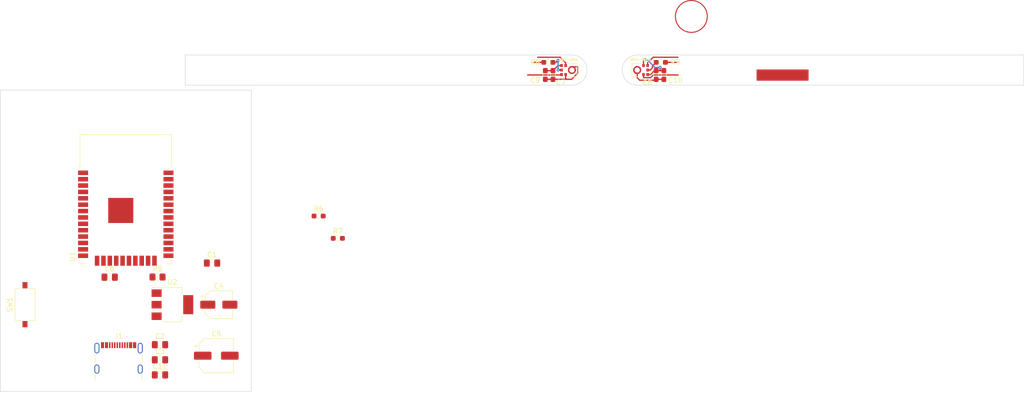
<source format=kicad_pcb>
(kicad_pcb (version 20221018) (generator pcbnew)
  (layers (0 "F.Cu" signal) (31 "B.Cu" signal) (34 "B.Paste" user) (35 "F.Paste" user) (36 "B.SilkS" user "B.Silkscreen") (37 "F.SilkS" user "F.Silkscreen") (38 "B.Mask" user) (39 "F.Mask" user) (44 "Edge.Cuts" user))
  (net 0 "")
  (net 1 "GND")
  (net 2 "EN")
  (net 3 "+3.3V")
  (net 4 "+5V")
  (net 5 "Net-(J1-CC1)")
  (net 9 "Net-(J1-CC2)")
  (net 13 "Net-(U1-IO18)")
  (net 14 "Net-(U1-IO19)")
  (net 15 "/TMS")
  (net 16 "Net-(MK1-left1-DATA_OUT)")
  (net 17 "Net-(MK2-right1-DATA_OUT)")
  (net 27 "/TDI")
  (net 28 "/TCK")
  (net 29 "/TDO")
  (net 31 "WS")
  (net 32 "BCLK")
  (net 38 "Net-(J2-Pin_1)")
  (net 39 "Net-(J3-Pin_3)")
  (net 40 "Net-(J3-Pin_2)")
  (net 41 "MIC_DATA")
  (footprint "SPH0645LM4H-B:MIC_SPH0645LM4H-B" (layer "F.Cu") (at 190 63 -90)
    (fp_text reference "MK2-right1" (at -2.068 -0.736 180) (layer "F.SilkS") (effects (font (size 0.482429 0.482429))))
    (fp_text value "SPH0645LM4H-B")
    (fp_line (start -1.325 1.04) (end -1.325 -0.7) (stroke (width 0.127)) (layer "F.SilkS"))
    (fp_line (start 1.325 -0.7) (end 1.325 1.04) (stroke (width 0.127)) (layer "F.SilkS"))
    (fp_line (start 1.325 1.04) (end -1.325 1.04) (stroke (width 0.127)) (layer "F.SilkS"))
    (fp_circle (center -1.578 -2.232) (end -1.528 -2.232) (stroke (width 0.1)) (fill none) (layer "F.SilkS"))
    (pad "" np_thru_hole circle (at 0 0 270) (size 0.5 0.5) (drill 0.5) (layers "*.Cu" "*.Mask"))
    (pad "1" smd rect (at -0.9 -2.074 270) (size 0.6 0.522) (layers "F.Cu" "F.Paste" "F.Mask") (net 31 "WS"))
    (pad "2" smd rect (at -0.9 -1.252 270) (size 0.6 0.522) (layers "F.Cu" "F.Paste" "F.Mask") (net 3 "+3.3V"))
    (pad "3" smd custom (at 0.65 -0.02 270) (size 0.1 0.1) (layers "F.Cu") (net 1 "GND") (options (clearance outline) (anchor rect)) (primitives (gr_poly (pts (xy -0.66 -0.49) (xy -0.66 -0.79) (xy -0.707 -0.789) (xy -0.748 -0.786) (xy -0.789 -0.78) (xy -0.83 -0.773) (xy -0.871 -0.763) (xy -0.911 -0.751) (xy -0.95 -0.737) (xy -0.988 -0.721) (xy -1.026 -0.703) (xy -1.063 -0.684) (xy -1.098 -0.662) (xy -1.132 -0.638) (xy -1.165 -0.613) (xy -1.197 -0.586) (xy -1.227 -0.557) (xy -1.256 -0.527) (xy -1.283 -0.495) (xy -1.308 -0.462) (xy -1.332 -0.428) (xy -1.354 -0.393) (xy -1.373 -0.356) (xy -1.391 -0.318) (xy -1.407 -0.28) (xy -1.421 -0.241) (xy -1.433 -0.201) (xy -1.443 -0.16) (xy -1.45 -0.119) (xy -1.456 -0.078) (xy -1.459 -0.037) (xy -1.46 0) (xy -1.459 0.043) (xy -1.455 0.087) (xy -1.45 0.13) (xy -1.442 0.173) (xy -1.432 0.215) (xy -1.419 0.256) (xy -1.405 0.297) (xy -1.388 0.338) (xy -1.37 0.377) (xy -1.349 0.415) (xy -1.326 0.452) (xy -1.301 0.488) (xy -1.275 0.522) (xy -1.247 0.555) (xy -1.217 0.587) (xy -1.185 0.617) (xy -1.152 0.645) (xy -1.118 0.671) (xy -1.082 0.696) (xy -1.045 0.719) (xy -1.007 0.74) (xy -0.968 0.758) (xy -0.927 0.775) (xy -0.886 0.789) (xy -0.845 0.802) (xy -0.803 0.812) (xy -0.76 0.82) (xy -0.717 0.825) (xy -0.673 0.829) (xy -0.63 0.83) (xy -0.62 0.83) (xy -0.579 0.829) (xy -0.538 0.826) (xy -0.498 0.82) (xy -0.458 0.813) (xy -0.418 0.803) (xy -0.379 0.792) (xy -0.34 0.778) (xy -0.303 0.763) (xy -0.266 0.745) (xy -0.23 0.725) (xy -0.195 0.704) (xy -0.162 0.681) (xy -0.129 0.656) (xy -0.098 0.63) (xy -0.068 0.602) (xy -0.04 0.572) (xy -0.014 0.541) (xy 0.011 0.508) (xy 0.034 0.475) (xy 0.055 0.44) (xy 0.075 0.404) (xy 0.093 0.367) (xy 0.108 0.33) (xy 0.122 0.291) (xy 0.133 0.252) (xy 0.143 0.212) (xy 0.15 0.172) (xy 0.156 0.132) (xy 0.159 0.091) (xy 0.16 0.05) (xy 0.16 0.02) (xy 0.159 -0.022) (xy 0.156 -0.065) (xy 0.15 -0.107) (xy 0.142 -0.148) (xy 0.132 -0.19) (xy 0.12 -0.23) (xy 0.106 -0.27) (xy 0.09 -0.309) (xy 0.072 -0.348) (xy 0.051 -0.385) (xy 0.029 -0.421) (xy 0.005 -0.456) (xy -0.021 -0.49) (xy -0.048 -0.522) (xy -0.077 -0.553) (xy -0.108 -0.582) (xy -0.14 -0.609) (xy -0.174 -0.635) (xy -0.209 -0.659) (xy -0.245 -0.681) (xy -0.282 -0.702) (xy -0.321 -0.72) (xy -0.36 -0.736) (xy -0.4 -0.75) (xy -0.44 -0.762) (xy -0.482 -0.772) (xy -0.523 -0.78) (xy -0.565 -0.786) (xy -0.608 -0.789) (xy -0.65 -0.79) (xy -0.65 -0.49) (xy -0.627 -0.49) (xy -0.601 -0.488) (xy -0.575 -0.485) (xy -0.549 -0.481) (xy -0.523 -0.475) (xy -0.497 -0.468) (xy -0.472 -0.46) (xy -0.448 -0.45) (xy -0.424 -0.439) (xy -0.4 -0.427) (xy -0.377 -0.413) (xy -0.355 -0.399) (xy -0.334 -0.383) (xy -0.314 -0.366) (xy -0.294 -0.348) (xy -0.276 -0.329) (xy -0.258 -0.31) (xy -0.242 -0.289) (xy -0.226 -0.267) (xy -0.212 -0.245) (xy -0.199 -0.222) (xy -0.187 -0.198) (xy -0.177 -0.174) (xy -0.167 -0.149) (xy -0.16 -0.124) (xy -0.153 -0.099) (xy -0.148 -0.073) (xy -0.144 -0.047) (xy -0.141 -0.02) (xy -0.14 0.01) (xy -0.141 0.037) (xy -0.143 0.064) (xy -0.146 0.091) (xy -0.151 0.118) (xy -0.158 0.145) (xy -0.165 0.171) (xy -0.175 0.196) (xy -0.185 0.222) (xy -0.197 0.246) (xy -0.21 0.27) (xy -0.224 0.293) (xy -0.239 0.316) (xy -0.256 0.337) (xy -0.274 0.358) (xy -0.292 0.378) (xy -0.312 0.396) (xy -0.333 0.414) (xy -0.354 0.431) (xy -0.377 0.446) (xy -0.4 0.46) (xy -0.424 0.473) (xy -0.448 0.485) (xy -0.474 0.495) (xy -0.499 0.505) (xy -0.525 0.512) (xy -0.552 0.519) (xy -0.579 0.524) (xy -0.606 0.527) (xy -0.633 0.529) (xy -0.66 0.53) (xy -0.67 0.53) (xy -0.696 0.529) (xy -0.721 0.527) (xy -0.747 0.524) (xy -0.772 0.519) (xy -0.797 0.513) (xy -0.821 0.506) (xy -0.846 0.497) (xy -0.869 0.488) (xy -0.892 0.477) (xy -0.915 0.464) (xy -0.937 0.451) (xy -0.958 0.436) (xy -0.978 0.421) (xy -0.998 0.404) (xy -1.016 0.386) (xy -1.034 0.368) (xy -1.051 0.348) (xy -1.066 0.328) (xy -1.081 0.307) (xy -1.094 0.285) (xy -1.107 0.262) (xy -1.118 0.239) (xy -1.127 0.216) (xy -1.136 0.191) (xy -1.143 0.167) (xy -1.149 0.142) (xy -1.154 0.117) (xy -1.157 0.091) (xy -1.159 0.066) (xy -1.16 0.04) (xy -1.16 0.01) (xy -1.159 -0.016) (xy -1.157 -0.042) (xy -1.154 -0.068) (xy -1.149 -0.094) (xy -1.143 -0.119) (xy -1.136 -0.145) (xy -1.127 -0.169) (xy -1.117 -0.193) (xy -1.106 -0.217) (xy -1.093 -0.24) (xy -1.079 -0.262) (xy -1.065 -0.284) (xy -1.049 -0.305) (xy -1.032 -0.325) (xy -1.014 -0.344) (xy -0.995 -0.362) (xy -0.975 -0.379) (xy -0.954 -0.395) (xy -0.932 -0.409) (xy -0.91 -0.423) (xy -0.887 -0.436) (xy -0.863 -0.447) (xy -0.839 -0.457) (xy -0.815 -0.466) (xy -0.789 -0.473) (xy -0.764 -0.479) (xy -0.738 -0.484) (xy -0.712 -0.487) (xy -0.686 -0.489) (xy -0.66 -0.49)) (width 0.001) (fill yes))))
    (pad "4" smd rect (at 0.9 -1.252 270) (size 0.6 0.522) (layers "F.Cu" "F.Paste" "F.Mask") (net 32 "BCLK"))
    (pad "5" smd rect (at 0.9 -2.074 270) (size 0.6 0.522) (layers "F.Cu" "F.Paste" "F.Mask") (net 3 "+3.3V"))
    (pad "6" smd rect (at 0 -2.074 270) (size 0.6 0.522) (layers "F.Cu" "F.Paste" "F.Mask") (net 17 "Net-(MK2-right1-DATA_OUT)"))
  )
  (footprint "Resistor_SMD:R_0603_1608Metric_Pad0.98x0.95mm_HandSolder" (layer "F.Cu") (at 126.555 92.075)
    (fp_text reference "R6" (at 0 -1.43) (layer "F.SilkS"))
    (fp_text value "51")
    (fp_line (start -0.254724 -0.5225) (end 0.254724 -0.5225) (stroke (width 0.12)) (layer "F.SilkS"))
    (fp_line (start -0.254724 0.5225) (end 0.254724 0.5225) (stroke (width 0.12)) (layer "F.SilkS"))
    (pad "1" smd roundrect (at -0.9125 0) (size 0.975 0.95) (layers "F.Cu" "F.Paste" "F.Mask") (net 13 "Net-(U1-IO18)"))
    (pad "2" smd roundrect (at 0.9125 0) (size 0.975 0.95) (layers "F.Cu" "F.Paste" "F.Mask") (net 31 "WS"))
  )
  (footprint "Connector_USB:USB_C_Receptacle_GCT_USB4105-xx-A_16P_TopMnt_Horizontal" (layer "F.Cu") (at 86.71 121.477)
    (fp_text reference "J1" (at 0 -5.5 unlocked) (layer "F.SilkS"))
    (fp_text value "USB_C_Receptacle_USB2.0")
    (fp_line (start -4.67 0) (end -4.67 -1.8) (stroke (width 0.12)) (layer "F.SilkS"))
    (fp_line (start -4.67 2.1) (end -4.67 3.25) (stroke (width 0.12)) (layer "F.SilkS"))
    (fp_line (start 4.67 0) (end 4.67 -1.8) (stroke (width 0.12)) (layer "F.SilkS"))
    (fp_line (start 4.67 2.1) (end 4.67 3.25) (stroke (width 0.12)) (layer "F.SilkS"))
    (pad "" np_thru_hole circle (at -2.89 -2.605) (size 0.65 0.65) (drill 0.65) (layers "F&B.Cu" "*.Mask"))
    (pad "" np_thru_hole circle (at 2.89 -2.605) (size 0.65 0.65) (drill 0.65) (layers "F&B.Cu" "*.Mask"))
    (pad "A1" smd rect (at -3.2 -3.68) (size 0.6 1.15) (layers "F.Cu" "F.Paste" "F.Mask") (net 1 "GND"))
    (pad "A4" smd rect (at -2.4 -3.68) (size 0.6 1.15) (layers "F.Cu" "F.Paste" "F.Mask") (net 4 "+5V"))
    (pad "A5" smd rect (at -1.25 -3.68) (size 0.3 1.15) (layers "F.Cu" "F.Paste" "F.Mask") (net 5 "Net-(J1-CC1)"))
    (pad "A6" smd rect (at -0.25 -3.68) (size 0.3 1.15) (layers "F.Cu" "F.Paste" "F.Mask"))
    (pad "A7" smd rect (at 0.25 -3.68) (size 0.3 1.15) (layers "F.Cu" "F.Paste" "F.Mask"))
    (pad "A8" smd rect (at 1.25 -3.68) (size 0.3 1.15) (layers "F.Cu" "F.Paste" "F.Mask"))
    (pad "A9" smd rect (at 2.4 -3.68) (size 0.6 1.15) (layers "F.Cu" "F.Paste" "F.Mask") (net 4 "+5V"))
    (pad "A12" smd rect (at 3.2 -3.68) (size 0.6 1.15) (layers "F.Cu" "F.Paste" "F.Mask") (net 1 "GND"))
    (pad "B1" smd rect (at 3.2 -3.68) (size 0.6 1.15) (layers "F.Cu" "F.Paste" "F.Mask") (net 1 "GND"))
    (pad "B4" smd rect (at 2.4 -3.68) (size 0.6 1.15) (layers "F.Cu" "F.Paste" "F.Mask") (net 4 "+5V"))
    (pad "B5" smd rect (at 1.75 -3.68) (size 0.3 1.15) (layers "F.Cu" "F.Paste" "F.Mask") (net 9 "Net-(J1-CC2)"))
    (pad "B6" smd rect (at 0.75 -3.68) (size 0.3 1.15) (layers "F.Cu" "F.Paste" "F.Mask"))
    (pad "B7" smd rect (at -0.75 -3.68) (size 0.3 1.15) (layers "F.Cu" "F.Paste" "F.Mask"))
    (pad "B8" smd rect (at -1.75 -3.68) (size 0.3 1.15) (layers "F.Cu" "F.Paste" "F.Mask"))
    (pad "B9" smd rect (at -2.4 -3.68) (size 0.6 1.15) (layers "F.Cu" "F.Paste" "F.Mask") (net 4 "+5V"))
    (pad "B12" smd rect (at -3.2 -3.68) (size 0.6 1.15) (layers "F.Cu" "F.Paste" "F.Mask") (net 1 "GND"))
    (pad "S1" thru_hole oval (at -4.32 -3.105) (size 1 2.1) (drill oval 0.6 1.7) (layers "*.Cu" "*.Mask") (net 1 "GND"))
    (pad "S1" thru_hole oval (at -4.32 1.075) (size 1 1.8) (drill oval 0.6 1.4) (layers "*.Cu" "*.Mask") (net 1 "GND"))
    (pad "S1" thru_hole oval (at 4.32 -3.105) (size 1 2.1) (drill oval 0.6 1.7) (layers "*.Cu" "*.Mask") (net 1 "GND"))
    (pad "S1" thru_hole oval (at 4.32 1.075) (size 1 1.8) (drill oval 0.6 1.4) (layers "*.Cu" "*.Mask") (net 1 "GND"))
  )
  (footprint "Capacitor_SMD:C_0805_2012Metric_Pad1.18x1.45mm_HandSolder" (layer "F.Cu") (at 94.96 120.707)
    (fp_text reference "C3" (at 0 -1.68) (layer "F.SilkS"))
    (fp_text value "100n")
    (fp_line (start -0.261252 -0.735) (end 0.261252 -0.735) (stroke (width 0.12)) (layer "F.SilkS"))
    (fp_line (start -0.261252 0.735) (end 0.261252 0.735) (stroke (width 0.12)) (layer "F.SilkS"))
    (pad "1" smd roundrect (at -1.0375 0) (size 1.175 1.45) (layers "F.Cu" "F.Paste" "F.Mask") (roundrect_rratio 0.212766) (net 1 "GND"))
    (pad "2" smd roundrect (at 1.0375 0) (size 1.175 1.45) (layers "F.Cu" "F.Paste" "F.Mask") (roundrect_rratio 0.212766) (net 3 "+3.3V"))
  )
  (footprint "Capacitor_SMD:C_0805_2012Metric_Pad1.18x1.45mm_HandSolder" (layer "F.Cu") (at 105.327 101.441)
    (fp_text reference "C1" (at 0 -1.68) (layer "F.SilkS"))
    (fp_text value "1uF")
    (fp_line (start -0.261252 -0.735) (end 0.261252 -0.735) (stroke (width 0.12)) (layer "F.SilkS"))
    (fp_line (start -0.261252 0.735) (end 0.261252 0.735) (stroke (width 0.12)) (layer "F.SilkS"))
    (pad "1" smd roundrect (at -1.0375 0) (size 1.175 1.45) (layers "F.Cu" "F.Paste" "F.Mask") (roundrect_rratio 0.212766) (net 1 "GND"))
    (pad "2" smd roundrect (at 1.0375 0) (size 1.175 1.45) (layers "F.Cu" "F.Paste" "F.Mask") (roundrect_rratio 0.212766) (net 2 "EN"))
  )
  (footprint "SPH0645LM4H-B:MIC_SPH0645LM4H-B" (layer "F.Cu") (at 177 63 90)
    (fp_text reference "MK1-left1" (at 2.04 -0.724 180) (layer "F.SilkS") (effects (font (size 0.482429 0.482429))))
    (fp_text value "SPH0645LM4H-B")
    (fp_line (start -1.325 1.04) (end -1.325 -0.7) (stroke (width 0.127)) (layer "F.SilkS"))
    (fp_line (start 1.325 -0.7) (end 1.325 1.04) (stroke (width 0.127)) (layer "F.SilkS"))
    (fp_line (start 1.325 1.04) (end -1.325 1.04) (stroke (width 0.127)) (layer "F.SilkS"))
    (fp_circle (center -1.578 -2.232) (end -1.528 -2.232) (stroke (width 0.1)) (fill none) (layer "F.SilkS"))
    (pad "" np_thru_hole circle (at 0 0 90) (size 0.5 0.5) (drill 0.5) (layers "*.Cu" "*.Mask"))
    (pad "1" smd rect (at -0.9 -2.074 90) (size 0.6 0.522) (layers "F.Cu" "F.Paste" "F.Mask") (net 31 "WS"))
    (pad "2" smd rect (at -0.9 -1.252 90) (size 0.6 0.522) (layers "F.Cu" "F.Paste" "F.Mask") (net 1 "GND"))
    (pad "3" smd custom (at 0.65 -0.02 90) (size 0.1 0.1) (layers "F.Cu") (net 1 "GND") (options (clearance outline) (anchor rect)) (primitives (gr_poly (pts (xy -0.66 -0.49) (xy -0.66 -0.79) (xy -0.707 -0.789) (xy -0.748 -0.786) (xy -0.789 -0.78) (xy -0.83 -0.773) (xy -0.871 -0.763) (xy -0.911 -0.751) (xy -0.95 -0.737) (xy -0.988 -0.721) (xy -1.026 -0.703) (xy -1.063 -0.684) (xy -1.098 -0.662) (xy -1.132 -0.638) (xy -1.165 -0.613) (xy -1.197 -0.586) (xy -1.227 -0.557) (xy -1.256 -0.527) (xy -1.283 -0.495) (xy -1.308 -0.462) (xy -1.332 -0.428) (xy -1.354 -0.393) (xy -1.373 -0.356) (xy -1.391 -0.318) (xy -1.407 -0.28) (xy -1.421 -0.241) (xy -1.433 -0.201) (xy -1.443 -0.16) (xy -1.45 -0.119) (xy -1.456 -0.078) (xy -1.459 -0.037) (xy -1.46 0) (xy -1.459 0.043) (xy -1.455 0.087) (xy -1.45 0.13) (xy -1.442 0.173) (xy -1.432 0.215) (xy -1.419 0.256) (xy -1.405 0.297) (xy -1.388 0.338) (xy -1.37 0.377) (xy -1.349 0.415) (xy -1.326 0.452) (xy -1.301 0.488) (xy -1.275 0.522) (xy -1.247 0.555) (xy -1.217 0.587) (xy -1.185 0.617) (xy -1.152 0.645) (xy -1.118 0.671) (xy -1.082 0.696) (xy -1.045 0.719) (xy -1.007 0.74) (xy -0.968 0.758) (xy -0.927 0.775) (xy -0.886 0.789) (xy -0.845 0.802) (xy -0.803 0.812) (xy -0.76 0.82) (xy -0.717 0.825) (xy -0.673 0.829) (xy -0.63 0.83) (xy -0.62 0.83) (xy -0.579 0.829) (xy -0.538 0.826) (xy -0.498 0.82) (xy -0.458 0.813) (xy -0.418 0.803) (xy -0.379 0.792) (xy -0.34 0.778) (xy -0.303 0.763) (xy -0.266 0.745) (xy -0.23 0.725) (xy -0.195 0.704) (xy -0.162 0.681) (xy -0.129 0.656) (xy -0.098 0.63) (xy -0.068 0.602) (xy -0.04 0.572) (xy -0.014 0.541) (xy 0.011 0.508) (xy 0.034 0.475) (xy 0.055 0.44) (xy 0.075 0.404) (xy 0.093 0.367) (xy 0.108 0.33) (xy 0.122 0.291) (xy 0.133 0.252) (xy 0.143 0.212) (xy 0.15 0.172) (xy 0.156 0.132) (xy 0.159 0.091) (xy 0.16 0.05) (xy 0.16 0.02) (xy 0.159 -0.022) (xy 0.156 -0.065) (xy 0.15 -0.107) (xy 0.142 -0.148) (xy 0.132 -0.19) (xy 0.12 -0.23) (xy 0.106 -0.27) (xy 0.09 -0.309) (xy 0.072 -0.348) (xy 0.051 -0.385) (xy 0.029 -0.421) (xy 0.005 -0.456) (xy -0.021 -0.49) (xy -0.048 -0.522) (xy -0.077 -0.553) (xy -0.108 -0.582) (xy -0.14 -0.609) (xy -0.174 -0.635) (xy -0.209 -0.659) (xy -0.245 -0.681) (xy -0.282 -0.702) (xy -0.321 -0.72) (xy -0.36 -0.736) (xy -0.4 -0.75) (xy -0.44 -0.762) (xy -0.482 -0.772) (xy -0.523 -0.78) (xy -0.565 -0.786) (xy -0.608 -0.789) (xy -0.65 -0.79) (xy -0.65 -0.49) (xy -0.627 -0.49) (xy -0.601 -0.488) (xy -0.575 -0.485) (xy -0.549 -0.481) (xy -0.523 -0.475) (xy -0.497 -0.468) (xy -0.472 -0.46) (xy -0.448 -0.45) (xy -0.424 -0.439) (xy -0.4 -0.427) (xy -0.377 -0.413) (xy -0.355 -0.399) (xy -0.334 -0.383) (xy -0.314 -0.366) (xy -0.294 -0.348) (xy -0.276 -0.329) (xy -0.258 -0.31) (xy -0.242 -0.289) (xy -0.226 -0.267) (xy -0.212 -0.245) (xy -0.199 -0.222) (xy -0.187 -0.198) (xy -0.177 -0.174) (xy -0.167 -0.149) (xy -0.16 -0.124) (xy -0.153 -0.099) (xy -0.148 -0.073) (xy -0.144 -0.047) (xy -0.141 -0.02) (xy -0.14 0.01) (xy -0.141 0.037) (xy -0.143 0.064) (xy -0.146 0.091) (xy -0.151 0.118) (xy -0.158 0.145) (xy -0.165 0.171) (xy -0.175 0.196) (xy -0.185 0.222) (xy -0.197 0.246) (xy -0.21 0.27) (xy -0.224 0.293) (xy -0.239 0.316) (xy -0.256 0.337) (xy -0.274 0.358) (xy -0.292 0.378) (xy -0.312 0.396) (xy -0.333 0.414) (xy -0.354 0.431) (xy -0.377 0.446) (xy -0.4 0.46) (xy -0.424 0.473) (xy -0.448 0.485) (xy -0.474 0.495) (xy -0.499 0.505) (xy -0.525 0.512) (xy -0.552 0.519) (xy -0.579 0.524) (xy -0.606 0.527) (xy -0.633 0.529) (xy -0.66 0.53) (xy -0.67 0.53) (xy -0.696 0.529) (xy -0.721 0.527) (xy -0.747 0.524) (xy -0.772 0.519) (xy -0.797 0.513) (xy -0.821 0.506) (xy -0.846 0.497) (xy -0.869 0.488) (xy -0.892 0.477) (xy -0.915 0.464) (xy -0.937 0.451) (xy -0.958 0.436) (xy -0.978 0.421) (xy -0.998 0.404) (xy -1.016 0.386) (xy -1.034 0.368) (xy -1.051 0.348) (xy -1.066 0.328) (xy -1.081 0.307) (xy -1.094 0.285) (xy -1.107 0.262) (xy -1.118 0.239) (xy -1.127 0.216) (xy -1.136 0.191) (xy -1.143 0.167) (xy -1.149 0.142) (xy -1.154 0.117) (xy -1.157 0.091) (xy -1.159 0.066) (xy -1.16 0.04) (xy -1.16 0.01) (xy -1.159 -0.016) (xy -1.157 -0.042) (xy -1.154 -0.068) (xy -1.149 -0.094) (xy -1.143 -0.119) (xy -1.136 -0.145) (xy -1.127 -0.169) (xy -1.117 -0.193) (xy -1.106 -0.217) (xy -1.093 -0.24) (xy -1.079 -0.262) (xy -1.065 -0.284) (xy -1.049 -0.305) (xy -1.032 -0.325) (xy -1.014 -0.344) (xy -0.995 -0.362) (xy -0.975 -0.379) (xy -0.954 -0.395) (xy -0.932 -0.409) (xy -0.91 -0.423) (xy -0.887 -0.436) (xy -0.863 -0.447) (xy -0.839 -0.457) (xy -0.815 -0.466) (xy -0.789 -0.473) (xy -0.764 -0.479) (xy -0.738 -0.484) (xy -0.712 -0.487) (xy -0.686 -0.489) (xy -0.66 -0.49)) (width 0.001) (fill yes))))
    (pad "4" smd rect (at 0.9 -1.252 90) (size 0.6 0.522) (layers "F.Cu" "F.Paste" "F.Mask") (net 32 "BCLK"))
    (pad "5" smd rect (at 0.9 -2.074 90) (size 0.6 0.522) (layers "F.Cu" "F.Paste" "F.Mask") (net 3 "+3.3V"))
    (pad "6" smd rect (at 0 -2.074 90) (size 0.6 0.522) (layers "F.Cu" "F.Paste" "F.Mask") (net 16 "Net-(MK1-left1-DATA_OUT)"))
  )
  (footprint "Resistor_SMD:R_0603_1608Metric_Pad0.98x0.95mm_HandSolder" (layer "F.Cu") (at 194.704 61.468)
    (fp_text reference "R9" (at 2.908 -0.046) (layer "F.SilkS"))
    (fp_text value "51")
    (fp_line (start -0.254724 -0.5225) (end 0.254724 -0.5225) (stroke (width 0.12)) (layer "F.SilkS"))
    (fp_line (start -0.254724 0.5225) (end 0.254724 0.5225) (stroke (width 0.12)) (layer "F.SilkS"))
    (pad "1" smd roundrect (at -0.9125 0) (size 0.975 0.95) (layers "F.Cu" "F.Paste" "F.Mask") (net 17 "Net-(MK2-right1-DATA_OUT)"))
    (pad "2" smd roundrect (at 0.9125 0) (size 0.975 0.95) (layers "F.Cu" "F.Paste" "F.Mask") (net 41 "MIC_DATA"))
  )
  (footprint "Capacitor_SMD:C_0603_1608Metric_Pad1.08x0.95mm_HandSolder" (layer "F.Cu") (at 173.228 63.98 90)
    (fp_text reference "C7" (at -1.552 1.524 180) (layer "F.SilkS"))
    (fp_text value "200pF")
    (fp_line (start -0.146267 -0.51) (end 0.146267 -0.51) (stroke (width 0.12)) (layer "F.SilkS"))
    (fp_line (start -0.146267 0.51) (end 0.146267 0.51) (stroke (width 0.12)) (layer "F.SilkS"))
    (pad "1" smd roundrect (at -0.8625 0 90) (size 1.075 0.95) (layers "F.Cu" "F.Paste" "F.Mask") (net 1 "GND"))
    (pad "2" smd roundrect (at 0.8625 0 90) (size 1.075 0.95) (layers "F.Cu" "F.Paste" "F.Mask") (net 3 "+3.3V"))
  )
  (footprint "Capacitor_SMD:C_0805_2012Metric_Pad1.18x1.45mm_HandSolder" (layer "F.Cu") (at 84.937 104.251)
    (fp_text reference "C6" (at 0 -1.68) (layer "F.SilkS"))
    (fp_text value "100nF")
    (fp_line (start -0.261252 -0.735) (end 0.261252 -0.735) (stroke (width 0.12)) (layer "F.SilkS"))
    (fp_line (start -0.261252 0.735) (end 0.261252 0.735) (stroke (width 0.12)) (layer "F.SilkS"))
    (pad "1" smd roundrect (at -1.0375 0) (size 1.175 1.45) (layers "F.Cu" "F.Paste" "F.Mask") (roundrect_rratio 0.212766) (net 3 "+3.3V"))
    (pad "2" smd roundrect (at 1.0375 0) (size 1.175 1.45) (layers "F.Cu" "F.Paste" "F.Mask") (roundrect_rratio 0.212766) (net 1 "GND"))
  )
  (footprint "Package_TO_SOT_SMD:SOT-223-3_TabPin2" (layer "F.Cu") (at 97.434 109.728)
    (fp_text reference "U2" (at 0 -4.5) (layer "F.SilkS"))
    (fp_text value "LDL1117S33R_SOT223")
    (fp_line (start -4.1 -3.41) (end 1.91 -3.41) (stroke (width 0.12)) (layer "F.SilkS"))
    (fp_line (start -1.85 3.41) (end 1.91 3.41) (stroke (width 0.12)) (layer "F.SilkS"))
    (fp_line (start 1.91 -3.41) (end 1.91 -2.15) (stroke (width 0.12)) (layer "F.SilkS"))
    (fp_line (start 1.91 3.41) (end 1.91 2.15) (stroke (width 0.12)) (layer "F.SilkS"))
    (pad "1" smd rect (at -3.15 -2.3) (size 2 1.5) (layers "F.Cu" "F.Paste" "F.Mask") (net 1 "GND"))
    (pad "2" smd rect (at -3.15 0) (size 2 1.5) (layers "F.Cu" "F.Paste" "F.Mask") (net 3 "+3.3V"))
    (pad "2" smd rect (at 3.15 0) (size 2 3.8) (layers "F.Cu" "F.Paste" "F.Mask") (net 3 "+3.3V"))
    (pad "3" smd rect (at -3.15 2.3) (size 2 1.5) (layers "F.Cu" "F.Paste" "F.Mask") (net 4 "+5V"))
  )
  (footprint "Capacitor_SMD:C_0603_1608Metric_Pad1.08x0.95mm_HandSolder" (layer "F.Cu") (at 195.308 63.98 90)
    (fp_text reference "C10" (at -1.044 2.304 180) (layer "F.SilkS"))
    (fp_text value "100nF")
    (fp_line (start -0.146267 -0.51) (end 0.146267 -0.51) (stroke (width 0.12)) (layer "F.SilkS"))
    (fp_line (start -0.146267 0.51) (end 0.146267 0.51) (stroke (width 0.12)) (layer "F.SilkS"))
    (pad "1" smd roundrect (at -0.8625 0 90) (size 1.075 0.95) (layers "F.Cu" "F.Paste" "F.Mask") (net 1 "GND"))
    (pad "2" smd roundrect (at 0.8625 0 90) (size 1.075 0.95) (layers "F.Cu" "F.Paste" "F.Mask") (net 3 "+3.3V"))
  )
  (footprint "Button_Switch_SMD:SW_Tactile_SPST_NO_Straight_CK_PTS636Sx25SMTRLFS" (layer "F.Cu") (at 68.072 109.728 90)
    (fp_text reference "SW1" (at 0 -3 90 unlocked) (layer "F.SilkS"))
    (fp_text value "RST")
    (fp_line (start -3.2 -2) (end -3.2 -0.8) (stroke (width 0.12)) (layer "F.SilkS"))
    (fp_line (start -3.2 0.8) (end -3.2 2) (stroke (width 0.12)) (layer "F.SilkS"))
    (fp_line (start -3.2 2) (end 3.2 2) (stroke (width 0.12)) (layer "F.SilkS"))
    (fp_line (start 3.2 -2) (end -3.2 -2) (stroke (width 0.12)) (layer "F.SilkS"))
    (fp_line (start 3.2 -0.8) (end 3.2 -2) (stroke (width 0.12)) (layer "F.SilkS"))
    (fp_line (start 3.2 2) (end 3.2 0.8) (stroke (width 0.12)) (layer "F.SilkS"))
    (pad "1" smd rect (at -3.875 0 90) (size 1.25 1) (layers "F.Cu" "F.Paste" "F.Mask") (net 1 "GND"))
    (pad "2" smd rect (at 3.875 0 90) (size 1.25 1) (layers "F.Cu" "F.Paste" "F.Mask") (net 2 "EN"))
  )
  (footprint "Capacitor_SMD:CP_Elec_5x3" (layer "F.Cu") (at 106.68 109.728)
    (fp_text reference "C4" (at 0 -3.7) (layer "F.SilkS"))
    (fp_text value "10uF")
    (fp_line (start -3.625 -1.685) (end -3 -1.685) (stroke (width 0.12)) (layer "F.SilkS"))
    (fp_line (start -3.3125 -1.9975) (end -3.3125 -1.3725) (stroke (width 0.12)) (layer "F.SilkS"))
    (fp_line (start -2.76 -1.695563) (end -2.76 -1.06) (stroke (width 0.12)) (layer "F.SilkS"))
    (fp_line (start -2.76 -1.695563) (end -1.695563 -2.76) (stroke (width 0.12)) (layer "F.SilkS"))
    (fp_line (start -2.76 1.695563) (end -2.76 1.06) (stroke (width 0.12)) (layer "F.SilkS"))
    (fp_line (start -2.76 1.695563) (end -1.695563 2.76) (stroke (width 0.12)) (layer "F.SilkS"))
    (fp_line (start -1.695563 -2.76) (end 2.76 -2.76) (stroke (width 0.12)) (layer "F.SilkS"))
    (fp_line (start -1.695563 2.76) (end 2.76 2.76) (stroke (width 0.12)) (layer "F.SilkS"))
    (fp_line (start 2.76 -2.76) (end 2.76 -1.06) (stroke (width 0.12)) (layer "F.SilkS"))
    (fp_line (start 2.76 2.76) (end 2.76 1.06) (stroke (width 0.12)) (layer "F.SilkS"))
    (pad "1" smd roundrect (at -2.2 0) (size 3 1.6) (layers "F.Cu" "F.Paste" "F.Mask") (roundrect_rratio 0.15625) (net 4 "+5V"))
    (pad "2" smd roundrect (at 2.2 0) (size 3 1.6) (layers "F.Cu" "F.Paste" "F.Mask") (roundrect_rratio 0.15625) (net 1 "GND"))
  )
  (footprint "Capacitor_SMD:C_0805_2012Metric_Pad1.18x1.45mm_HandSolder" (layer "F.Cu") (at 94.96 123.717)
    (fp_text reference "C11" (at 0 -1.68) (layer "F.SilkS"))
    (fp_text value "100nF")
    (fp_line (start -0.261252 -0.735) (end 0.261252 -0.735) (stroke (width 0.12)) (layer "F.SilkS"))
    (fp_line (start -0.261252 0.735) (end 0.261252 0.735) (stroke (width 0.12)) (layer "F.SilkS"))
    (pad "1" smd roundrect (at -1.0375 0) (size 1.175 1.45) (layers "F.Cu" "F.Paste" "F.Mask") (roundrect_rratio 0.212766) (net 1 "GND"))
    (pad "2" smd roundrect (at 1.0375 0) (size 1.175 1.45) (layers "F.Cu" "F.Paste" "F.Mask") (roundrect_rratio 0.212766) (net 2 "EN"))
  )
  (footprint "RF_Module:ESP32-WROOM-32" (layer "F.Cu") (at 88.147 91.721)
    (fp_text reference "U1" (at -10.61 8.43 90) (layer "F.SilkS"))
    (fp_text value "ESP32-WROOM-32")
    (fp_line (start -9.12 -15.865) (end -9.12 -9.445) (stroke (width 0.12)) (layer "F.SilkS"))
    (fp_line (start -9.12 -15.865) (end 9.12 -15.865) (stroke (width 0.12)) (layer "F.SilkS"))
    (fp_line (start -9.12 -9.445) (end -9.5 -9.445) (stroke (width 0.12)) (layer "F.SilkS"))
    (fp_line (start -9.12 9.1) (end -9.12 9.88) (stroke (width 0.12)) (layer "F.SilkS"))
    (fp_line (start -9.12 9.88) (end -8.12 9.88) (stroke (width 0.12)) (layer "F.SilkS"))
    (fp_line (start 9.12 -15.865) (end 9.12 -9.445) (stroke (width 0.12)) (layer "F.SilkS"))
    (fp_line (start 9.12 9.1) (end 9.12 9.88) (stroke (width 0.12)) (layer "F.SilkS"))
    (fp_line (start 9.12 9.88) (end 8.12 9.88) (stroke (width 0.12)) (layer "F.SilkS"))
    (pad "1" smd rect (at -8.5 -8.255) (size 2 0.9) (layers "F.Cu" "F.Paste" "F.Mask") (net 1 "GND"))
    (pad "2" smd rect (at -8.5 -6.985) (size 2 0.9) (layers "F.Cu" "F.Paste" "F.Mask") (net 3 "+3.3V"))
    (pad "3" smd rect (at -8.5 -5.715) (size 2 0.9) (layers "F.Cu" "F.Paste" "F.Mask") (net 2 "EN"))
    (pad "4" smd rect (at -8.5 -4.445) (size 2 0.9) (layers "F.Cu" "F.Paste" "F.Mask"))
    (pad "5" smd rect (at -8.5 -3.175) (size 2 0.9) (layers "F.Cu" "F.Paste" "F.Mask"))
    (pad "6" smd rect (at -8.5 -1.905) (size 2 0.9) (layers "F.Cu" "F.Paste" "F.Mask"))
    (pad "7" smd rect (at -8.5 -0.635) (size 2 0.9) (layers "F.Cu" "F.Paste" "F.Mask"))
    (pad "8" smd rect (at -8.5 0.635) (size 2 0.9) (layers "F.Cu" "F.Paste" "F.Mask"))
    (pad "9" smd rect (at -8.5 1.905) (size 2 0.9) (layers "F.Cu" "F.Paste" "F.Mask"))
    (pad "10" smd rect (at -8.5 3.175) (size 2 0.9) (layers "F.Cu" "F.Paste" "F.Mask"))
    (pad "11" smd rect (at -8.5 4.445) (size 2 0.9) (layers "F.Cu" "F.Paste" "F.Mask"))
    (pad "12" smd rect (at -8.5 5.715) (size 2 0.9) (layers "F.Cu" "F.Paste" "F.Mask"))
    (pad "13" smd rect (at -8.5 6.985) (size 2 0.9) (layers "F.Cu" "F.Paste" "F.Mask") (net 15 "/TMS"))
    (pad "14" smd rect (at -8.5 8.255) (size 2 0.9) (layers "F.Cu" "F.Paste" "F.Mask") (net 27 "/TDI"))
    (pad "15" smd rect (at -5.715 9.255 90) (size 2 0.9) (layers "F.Cu" "F.Paste" "F.Mask") (net 1 "GND"))
    (pad "16" smd rect (at -4.445 9.255 90) (size 2 0.9) (layers "F.Cu" "F.Paste" "F.Mask") (net 28 "/TCK"))
    (pad "17" smd rect (at -3.175 9.255 90) (size 2 0.9) (layers "F.Cu" "F.Paste" "F.Mask"))
    (pad "18" smd rect (at -1.905 9.255 90) (size 2 0.9) (layers "F.Cu" "F.Paste" "F.Mask"))
    (pad "19" smd rect (at -0.635 9.255 90) (size 2 0.9) (layers "F.Cu" "F.Paste" "F.Mask"))
    (pad "20" smd rect (at 0.635 9.255 90) (size 2 0.9) (layers "F.Cu" "F.Paste" "F.Mask"))
    (pad "21" smd rect (at 1.905 9.255 90) (size 2 0.9) (layers "F.Cu" "F.Paste" "F.Mask"))
    (pad "22" smd rect (at 3.175 9.255 90) (size 2 0.9) (layers "F.Cu" "F.Paste" "F.Mask"))
    (pad "23" smd rect (at 4.445 9.255 90) (size 2 0.9) (layers "F.Cu" "F.Paste" "F.Mask") (net 29 "/TDO"))
    (pad "24" smd rect (at 5.715 9.255 90) (size 2 0.9) (layers "F.Cu" "F.Paste" "F.Mask"))
    (pad "25" smd rect (at 8.5 8.255) (size 2 0.9) (layers "F.Cu" "F.Paste" "F.Mask") (net 38 "Net-(J2-Pin_1)"))
    (pad "26" smd rect (at 8.5 6.985) (size 2 0.9) (layers "F.Cu" "F.Paste" "F.Mask"))
    (pad "27" smd rect (at 8.5 5.715) (size 2 0.9) (layers "F.Cu" "F.Paste" "F.Mask"))
    (pad "28" smd rect (at 8.5 4.445) (size 2 0.9) (layers "F.Cu" "F.Paste" "F.Mask"))
    (pad "29" smd rect (at 8.5 3.175) (size 2 0.9) (layers "F.Cu" "F.Paste" "F.Mask"))
    (pad "30" smd rect (at 8.5 1.905) (size 2 0.9) (layers "F.Cu" "F.Paste" "F.Mask") (net 13 "Net-(U1-IO18)"))
    (pad "31" smd rect (at 8.5 0.635) (size 2 0.9) (layers "F.Cu" "F.Paste" "F.Mask") (net 14 "Net-(U1-IO19)"))
    (pad "32" smd rect (at 8.5 -0.635) (size 2 0.9) (layers "F.Cu" "F.Paste" "F.Mask"))
    (pad "33" smd rect (at 8.5 -1.905) (size 2 0.9) (layers "F.Cu" "F.Paste" "F.Mask") (net 41 "MIC_DATA"))
    (pad "34" smd rect (at 8.5 -3.175) (size 2 0.9) (layers "F.Cu" "F.Paste" "F.Mask") (net 39 "Net-(J3-Pin_3)"))
    (pad "35" smd rect (at 8.5 -4.445) (size 2 0.9) (layers "F.Cu" "F.Paste" "F.Mask") (net 40 "Net-(J3-Pin_2)"))
    (pad "36" smd rect (at 8.5 -5.715) (size 2 0.9) (layers "F.Cu" "F.Paste" "F.Mask"))
    (pad "37" smd rect (at 8.5 -6.985) (size 2 0.9) (layers "F.Cu" "F.Paste" "F.Mask"))
    (pad "38" smd rect (at 8.5 -8.255) (size 2 0.9) (layers "F.Cu" "F.Paste" "F.Mask") (net 1 "GND"))
    (pad "39" smd rect (at -1 -0.755) (size 5 5) (layers "F.Cu" "F.Paste" "F.Mask") (net 1 "GND"))
  )
  (footprint "Capacitor_SMD:CP_Elec_6.3x7.7" (layer "F.Cu") (at 106.172 119.888)
    (fp_text reference "C5" (at 0 -4.35) (layer "F.SilkS"))
    (fp_text value "100uF")
    (fp_line (start -4.4375 -1.8475) (end -3.65 -1.8475) (stroke (width 0.12)) (layer "F.SilkS"))
    (fp_line (start -4.04375 -2.24125) (end -4.04375 -1.45375) (stroke (width 0.12)) (layer "F.SilkS"))
    (fp_line (start -3.41 -2.345563) (end -3.41 -1.06) (stroke (width 0.12)) (layer "F.SilkS"))
    (fp_line (start -3.41 -2.345563) (end -2.345563 -3.41) (stroke (width 0.12)) (layer "F.SilkS"))
    (fp_line (start -3.41 2.345563) (end -3.41 1.06) (stroke (width 0.12)) (layer "F.SilkS"))
    (fp_line (start -3.41 2.345563) (end -2.345563 3.41) (stroke (width 0.12)) (layer "F.SilkS"))
    (fp_line (start -2.345563 -3.41) (end 3.41 -3.41) (stroke (width 0.12)) (layer "F.SilkS"))
    (fp_line (start -2.345563 3.41) (end 3.41 3.41) (stroke (width 0.12)) (layer "F.SilkS"))
    (fp_line (start 3.41 -3.41) (end 3.41 -1.06) (stroke (width 0.12)) (layer "F.SilkS"))
    (fp_line (start 3.41 3.41) (end 3.41 1.06) (stroke (width 0.12)) (layer "F.SilkS"))
    (pad "1" smd roundrect (at -2.7 0) (size 3.5 1.6) (layers "F.Cu" "F.Paste" "F.Mask") (roundrect_rratio 0.15625) (net 3 "+3.3V"))
    (pad "2" smd roundrect (at 2.7 0) (size 3.5 1.6) (layers "F.Cu" "F.Paste" "F.Mask") (roundrect_rratio 0.15625) (net 1 "GND"))
  )
  (footprint "Capacitor_SMD:C_0603_1608Metric_Pad1.08x0.95mm_HandSolder" (layer "F.Cu") (at 193.784 63.98 90)
    (fp_text reference "C8" (at -1.552 -1.76 180) (layer "F.SilkS"))
    (fp_text value "200pF")
    (fp_line (start -0.146267 -0.51) (end 0.146267 -0.51) (stroke (width 0.12)) (layer "F.SilkS"))
    (fp_line (start -0.146267 0.51) (end 0.146267 0.51) (stroke (width 0.12)) (layer "F.SilkS"))
    (pad "1" smd roundrect (at -0.8625 0 90) (size 1.075 0.95) (layers "F.Cu" "F.Paste" "F.Mask") (net 1 "GND"))
    (pad "2" smd roundrect (at 0.8625 0 90) (size 1.075 0.95) (layers "F.Cu" "F.Paste" "F.Mask") (net 3 "+3.3V"))
  )
  (footprint "Resistor_SMD:R_0805_2012Metric_Pad1.20x1.40mm_HandSolder" (layer "F.Cu") (at 94.467 104.221)
    (fp_text reference "R5" (at 0 -1.65) (layer "F.SilkS"))
    (fp_text value "10k")
    (fp_line (start -0.227064 -0.735) (end 0.227064 -0.735) (stroke (width 0.12)) (layer "F.SilkS"))
    (fp_line (start -0.227064 0.735) (end 0.227064 0.735) (stroke (width 0.12)) (layer "F.SilkS"))
    (pad "1" smd roundrect (at -1 0) (size 1.2 1.4) (layers "F.Cu" "F.Paste" "F.Mask") (roundrect_rratio 0.208333) (net 3 "+3.3V"))
    (pad "2" smd roundrect (at 1 0) (size 1.2 1.4) (layers "F.Cu" "F.Paste" "F.Mask") (roundrect_rratio 0.208333) (net 2 "EN"))
  )
  (footprint "Capacitor_SMD:C_0805_2012Metric_Pad1.18x1.45mm_HandSolder" (layer "F.Cu") (at 94.96 117.697)
    (fp_text reference "C2" (at 0 -1.68) (layer "F.SilkS"))
    (fp_text value "22uF")
    (fp_line (start -0.261252 -0.735) (end 0.261252 -0.735) (stroke (width 0.12)) (layer "F.SilkS"))
    (fp_line (start -0.261252 0.735) (end 0.261252 0.735) (stroke (width 0.12)) (layer "F.SilkS"))
    (pad "1" smd roundrect (at -1.0375 0) (size 1.175 1.45) (layers "F.Cu" "F.Paste" "F.Mask") (roundrect_rratio 0.212766) (net 1 "GND"))
    (pad "2" smd roundrect (at 1.0375 0) (size 1.175 1.45) (layers "F.Cu" "F.Paste" "F.Mask") (roundrect_rratio 0.212766) (net 3 "+3.3V"))
  )
  (footprint "Capacitor_SMD:C_0603_1608Metric_Pad1.08x0.95mm_HandSolder" (layer "F.Cu") (at 171.704 63.98 90)
    (fp_text reference "C9" (at -1.044 -2.032 180) (layer "F.SilkS"))
    (fp_text value "100nF")
    (fp_line (start -0.146267 -0.51) (end 0.146267 -0.51) (stroke (width 0.12)) (layer "F.SilkS"))
    (fp_line (start -0.146267 0.51) (end 0.146267 0.51) (stroke (width 0.12)) (layer "F.SilkS"))
    (pad "1" smd roundrect (at -0.8625 0 90) (size 1.075 0.95) (layers "F.Cu" "F.Paste" "F.Mask") (net 1 "GND"))
    (pad "2" smd roundrect (at 0.8625 0 90) (size 1.075 0.95) (layers "F.Cu" "F.Paste" "F.Mask") (net 3 "+3.3V"))
  )
  (footprint "Resistor_SMD:R_0603_1608Metric_Pad0.98x0.95mm_HandSolder" (layer "F.Cu") (at 130.375 96.52)
    (fp_text reference "R7" (at 0 -1.43) (layer "F.SilkS"))
    (fp_text value "51")
    (fp_line (start -0.254724 -0.5225) (end 0.254724 -0.5225) (stroke (width 0.12)) (layer "F.SilkS"))
    (fp_line (start -0.254724 0.5225) (end 0.254724 0.5225) (stroke (width 0.12)) (layer "F.SilkS"))
    (pad "1" smd roundrect (at -0.9125 0) (size 0.975 0.95) (layers "F.Cu" "F.Paste" "F.Mask") (net 14 "Net-(U1-IO19)"))
    (pad "2" smd roundrect (at 0.9125 0) (size 0.975 0.95) (layers "F.Cu" "F.Paste" "F.Mask") (net 32 "BCLK"))
  )
  (footprint "Resistor_SMD:R_0603_1608Metric_Pad0.98x0.95mm_HandSolder" (layer "F.Cu") (at 172.308 61.468 180)
    (fp_text reference "R8" (at 2.636 0) (layer "F.SilkS"))
    (fp_text value "51")
    (fp_line (start -0.254724 -0.5225) (end 0.254724 -0.5225) (stroke (width 0.12)) (layer "F.SilkS"))
    (fp_line (start -0.254724 0.5225) (end 0.254724 0.5225) (stroke (width 0.12)) (layer "F.SilkS"))
    (pad "1" smd roundrect (at -0.9125 0 180) (size 0.975 0.95) (layers "F.Cu" "F.Paste" "F.Mask") (net 16 "Net-(MK1-left1-DATA_OUT)"))
    (pad "2" smd roundrect (at 0.9125 0 180) (size 0.975 0.95) (layers "F.Cu" "F.Paste" "F.Mask") (net 41 "MIC_DATA"))
  )
  (gr_rect (start 213.868 62.992) (end 224.028 65.024) (stroke (width 0.2)) (fill solid) (layer "F.Cu"))
  (gr_circle (center 200.787 52.324) (end 200.787 49.149) (stroke (width 0.2)) (fill none) (layer "F.Cu"))
  (gr_line (start 177 66) (end 100 66) (stroke (width 0.1)) (layer "Edge.Cuts"))
  (gr_line (start 267 66) (end 190 66) (stroke (width 0.1)) (layer "Edge.Cuts"))
  (gr_line (start 100 66) (end 100 60) (stroke (width 0.1)) (layer "Edge.Cuts"))
  (gr_line (start 190 60) (end 267 60) (stroke (width 0.1)) (layer "Edge.Cuts"))
  (gr_arc (start 177 60) (mid 180 63) (end 177 66) (stroke (width 0.1)) (layer "Edge.Cuts"))
  (gr_line (start 267 60) (end 267 66) (stroke (width 0.1)) (layer "Edge.Cuts"))
  (gr_arc (start 190 66) (mid 187 63) (end 190 60) (stroke (width 0.1)) (layer "Edge.Cuts"))
  (gr_line (start 177 60) (end 100 60) (stroke (width 0.1)) (layer "Edge.Cuts"))
  (gr_rect (start 63.147 67) (end 113.147 127) (stroke (width 0.1)) (fill none) (layer "Edge.Cuts"))
  (segment (start 190.02 64.544) (end 190.02 63.65) (width 0.25) (layer "F.Cu") (net 1))
  (segment (start 193.784 64.8425) (end 193.6025 65.024) (width 0.25) (layer "F.Cu") (net 1))
  (segment (start 178.117769 63.65) (end 176.925269 64.8425) (width 0.25) (layer "F.Cu") (net 1))
  (segment (start 176.925269 64.8425) (end 175.5865 64.8425) (width 0.25) (layer "F.Cu") (net 1))
  (segment (start 175.5865 64.8425) (end 173.228 64.8425) (width 0.25) (layer "F.Cu") (net 1))
  (segment (start 175.748 64.681) (end 175.5865 64.8425) (width 0.25) (layer "F.Cu") (net 1))
  (segment (start 176.98 62.35) (end 178.117769 62.35) (width 0.25) (layer "F.Cu") (net 1))
  (segment (start 175.748 63.9) (end 175.748 64.681) (width 0.25) (layer "F.Cu") (net 1))
  (segment (start 176.748 62.35) (end 176.98 62.35) (width 0.25) (layer "F.Cu") (net 1))
  (segment (start 193.6025 65.024) (end 190.5 65.024) (width 0.25) (layer "F.Cu") (net 1))
  (segment (start 178.117769 62.35) (end 178.117769 63.65) (width 0.25) (layer "F.Cu") (net 1))
  (segment (start 190.5 65.024) (end 190.02 64.544) (width 0.25) (layer "F.Cu") (net 1))
  (segment (start 193.784 64.8425) (end 195.308 64.8425) (width 0.25) (layer "F.Cu") (net 1))
  (segment (start 171.704 64.8425) (end 173.228 64.8425) (width 0.25) (layer "F.Cu") (net 1))
  (segment (start 191.252 62.1) (end 191.252 61.224) (width 0.25) (layer "F.Cu") (net 3))
  (segment (start 193.784 63.1175) (end 194.6895 63.1175) (width 0.25) (layer "F.Cu") (net 3))
  (segment (start 171.704 63.1175) (end 173.228 63.1175) (width 0.25) (layer "F.Cu") (net 3))
  (segment (start 174.2455 62.1) (end 174.926 62.1) (width 0.25) (layer "F.Cu") (net 3))
  (segment (start 194.564 62.484) (end 194.564 62.992) (width 0.25) (layer "F.Cu") (net 3))
  (segment (start 192.648604 63.9) (end 192.074 63.9) (width 0.25) (layer "F.Cu") (net 3))
  (segment (start 194.564 62.992) (end 194.6895 63.1175) (width 0.25) (layer "F.Cu") (net 3))
  (segment (start 194.6895 63.1175) (end 195.308 63.1175) (width 0.25) (layer "F.Cu") (net 3))
  (segment (start 173.228 63.1175) (end 174.2455 62.1) (width 0.25) (layer "F.Cu") (net 3))
  (segment (start 193.784 63.1175) (end 193.431104 63.1175) (width 0.25) (layer "F.Cu") (net 3))
  (segment (start 191.252 61.224) (end 191.516 60.96) (width 0.25) (layer "F.Cu") (net 3))
  (segment (start 193.431104 63.1175) (end 192.648604 63.9) (width 0.25) (layer "F.Cu") (net 3))
  (via (at 191.516 60.96) (size 0.6) (drill 0.2) (layers "F.Cu" "B.Cu") (net 3))
  (via (at 194.564 62.484) (size 0.6) (drill 0.2) (layers "F.Cu" "B.Cu") (net 3))
  (segment (start 193.04 61.976) (end 193.548 62.484) (width 0.25) (layer "B.Cu") (net 3))
  (segment (start 193.548 62.484) (end 194.564 62.484) (width 0.25) (layer "B.Cu") (net 3))
  (segment (start 192.024 60.96) (end 193.04 61.976) (width 0.25) (layer "B.Cu") (net 3))
  (segment (start 191.516 60.96) (end 192.024 60.96) (width 0.25) (layer "B.Cu") (net 3))
  (segment (start 174.918 62.992) (end 174.926 63) (width 0.25) (layer "F.Cu") (net 16))
  (segment (start 174.244 62.992) (end 174.918 62.992) (width 0.25) (layer "F.Cu") (net 16))
  (segment (start 173.2205 61.468) (end 173.8525 61.468) (width 0.25) (layer "F.Cu") (net 16))
  (segment (start 173.8525 61.468) (end 174.244 61.0765) (width 0.25) (layer "F.Cu") (net 16))
  (via (at 174.244 62.992) (size 0.6) (drill 0.2) (layers "F.Cu" "B.Cu") (net 16))
  (via (at 174.244 61.0765) (size 0.6) (drill 0.2) (layers "F.Cu" "B.Cu") (net 16))
  (segment (start 174.244 61.0765) (end 174.244 62.992) (width 0.25) (layer "B.Cu") (net 16))
  (segment (start 192.074 63) (end 192.585 63) (width 0.25) (layer "F.Cu") (net 17))
  (segment (start 193.04 62.545) (end 193.04 62.2195) (width 0.25) (layer "F.Cu") (net 17))
  (segment (start 192.585 63) (end 193.04 62.545) (width 0.25) (layer "F.Cu") (net 17))
  (segment (start 193.04 62.2195) (end 193.7915 61.468) (width 0.25) (layer "F.Cu") (net 17))
  (segment (start 192.074 61.55) (end 193.172 60.452) (width 0.25) (layer "F.Cu") (net 31))
  (segment (start 174.846 63.98) (end 168.176 63.98) (width 0.25) (layer "F.Cu") (net 31))
  (segment (start 192.074 62.1) (end 192.074 61.55) (width 0.25) (layer "F.Cu") (net 31))
  (segment (start 193.172 60.452) (end 198.12 60.452) (width 0.25) (layer "F.Cu") (net 31))
  (segment (start 174.926 63.9) (end 174.846 63.98) (width 0.25) (layer "F.Cu") (net 31))
  (segment (start 175.748 61.55) (end 174.65 60.452) (width 0.25) (layer "F.Cu") (net 32))
  (segment (start 191.252 64.45) (end 191.327 64.525) (width 0.25) (layer "F.Cu") (net 32))
  (segment (start 192.66 64.525) (end 193.205 63.98) (width 0.25) (layer "F.Cu") (net 32))
  (segment (start 198.092 63.98) (end 198.12 64.008) (width 0.25) (layer "F.Cu") (net 32))
  (segment (start 193.205 63.98) (end 198.092 63.98) (width 0.25) (layer "F.Cu") (net 32))
  (segment (start 191.327 64.525) (end 192.66 64.525) (width 0.25) (layer "F.Cu") (net 32))
  (segment (start 191.252 63.9) (end 191.252 64.45) (width 0.25) (layer "F.Cu") (net 32))
  (segment (start 175.748 62.1) (end 175.748 61.55) (width 0.25) (layer "F.Cu") (net 32))
  (segment (start 174.65 60.452) (end 170.18 60.452) (width 0.25) (layer "F.Cu") (net 32))
  (segment (start 171.3955 61.468) (end 169.164 61.468) (width 0.25) (layer "F.Cu") (net 41))
  (segment (start 195.6165 61.468) (end 198.12 61.468) (width 0.25) (layer "F.Cu") (net 41))
)
</source>
